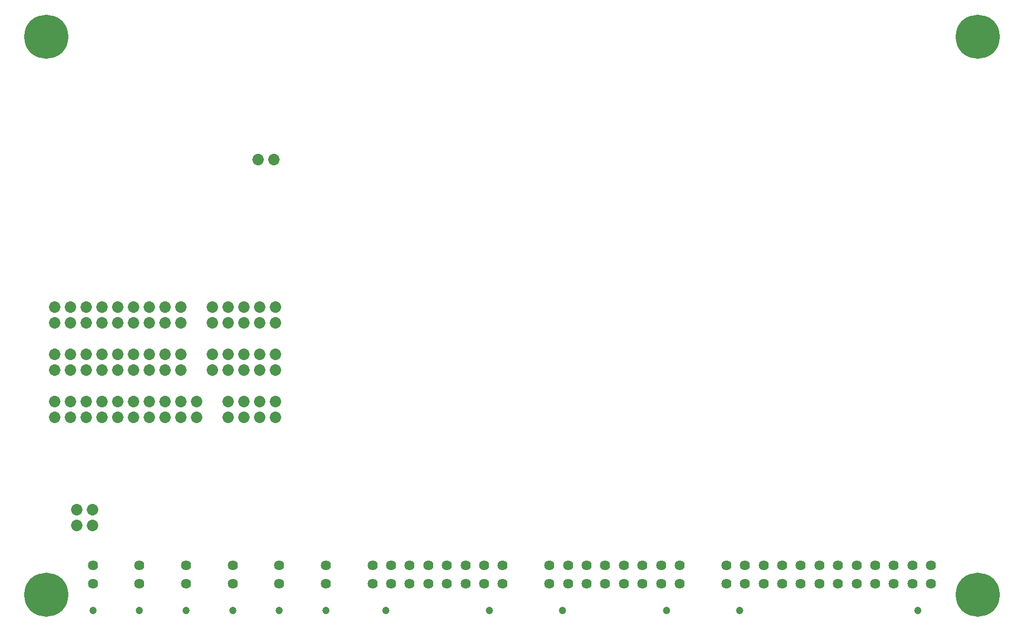
<source format=gbs>
G04*
G04 #@! TF.GenerationSoftware,Altium Limited,Altium Designer,21.4.1 (30)*
G04*
G04 Layer_Color=16711935*
%FSLAX25Y25*%
%MOIN*%
G70*
G04*
G04 #@! TF.SameCoordinates,3F7B9525-E0B4-4A28-A4E6-3C1D8492A5F8*
G04*
G04*
G04 #@! TF.FilePolarity,Negative*
G04*
G01*
G75*
%ADD111C,0.04737*%
%ADD112C,0.06400*%
%ADD113C,0.07290*%
%ADD114C,0.27959*%
D111*
X234866Y9843D02*
D03*
X300567D02*
D03*
X459248Y9843D02*
D03*
X572248D02*
D03*
X196850Y9843D02*
D03*
X137795D02*
D03*
X347071D02*
D03*
X412772D02*
D03*
X167323D02*
D03*
X108268D02*
D03*
X78740D02*
D03*
X49213D02*
D03*
D112*
X309016Y26842D02*
D03*
X297217D02*
D03*
X285417D02*
D03*
X250016D02*
D03*
X261815D02*
D03*
X226417D02*
D03*
X309016Y38642D02*
D03*
X297217D02*
D03*
X285417D02*
D03*
X250016D02*
D03*
X261815D02*
D03*
X226417D02*
D03*
X273618Y26842D02*
D03*
X238216D02*
D03*
X273618Y38642D02*
D03*
X238216D02*
D03*
X568847Y26843D02*
D03*
X462650D02*
D03*
X568847Y38642D02*
D03*
X462650D02*
D03*
X580697Y26843D02*
D03*
X557047D02*
D03*
X545248D02*
D03*
X533449D02*
D03*
X498047D02*
D03*
X509846D02*
D03*
X474449D02*
D03*
X450799D02*
D03*
X580697Y38642D02*
D03*
X557047D02*
D03*
X545248D02*
D03*
X533449D02*
D03*
X498047D02*
D03*
X509846D02*
D03*
X474449D02*
D03*
X450799D02*
D03*
X521650Y26843D02*
D03*
X486248D02*
D03*
X521650Y38642D02*
D03*
X486248D02*
D03*
X196850Y26842D02*
D03*
Y38642D02*
D03*
X137795Y26842D02*
D03*
Y38642D02*
D03*
X421220Y26842D02*
D03*
X409421D02*
D03*
X397622D02*
D03*
X362221D02*
D03*
X374020D02*
D03*
X338622D02*
D03*
X421220Y38642D02*
D03*
X409421D02*
D03*
X397622D02*
D03*
X362221D02*
D03*
X374020D02*
D03*
X338622D02*
D03*
X385823Y26842D02*
D03*
X350421D02*
D03*
X385823Y38642D02*
D03*
X350421D02*
D03*
X167323Y26842D02*
D03*
Y38642D02*
D03*
X108268Y26842D02*
D03*
Y38642D02*
D03*
X78740Y26842D02*
D03*
Y38642D02*
D03*
X49213Y26842D02*
D03*
Y38642D02*
D03*
D113*
X45000Y202500D02*
D03*
Y192500D02*
D03*
X55000D02*
D03*
Y202500D02*
D03*
X65000D02*
D03*
Y192500D02*
D03*
X95000D02*
D03*
Y202500D02*
D03*
X85000Y192500D02*
D03*
Y202500D02*
D03*
X75000D02*
D03*
Y192500D02*
D03*
X35000D02*
D03*
Y202500D02*
D03*
X104999D02*
D03*
Y192500D02*
D03*
X25000Y202500D02*
D03*
Y192500D02*
D03*
X45000Y172500D02*
D03*
Y162500D02*
D03*
X55000D02*
D03*
Y172500D02*
D03*
X65000D02*
D03*
Y162500D02*
D03*
X95000D02*
D03*
Y172500D02*
D03*
X85000Y162500D02*
D03*
Y172500D02*
D03*
X75000D02*
D03*
Y162500D02*
D03*
X35000D02*
D03*
Y172500D02*
D03*
X104999D02*
D03*
Y162500D02*
D03*
X25000Y172500D02*
D03*
Y162500D02*
D03*
X125000Y192500D02*
D03*
Y202500D02*
D03*
X135000D02*
D03*
Y192500D02*
D03*
X165000D02*
D03*
Y202500D02*
D03*
X155000Y192500D02*
D03*
Y202500D02*
D03*
X145000D02*
D03*
Y192500D02*
D03*
X135000Y142500D02*
D03*
Y132500D02*
D03*
X165000D02*
D03*
Y142500D02*
D03*
X155000Y132500D02*
D03*
Y142500D02*
D03*
X145000D02*
D03*
Y132500D02*
D03*
Y162500D02*
D03*
Y172500D02*
D03*
X155000D02*
D03*
Y162500D02*
D03*
X165000Y172500D02*
D03*
Y162500D02*
D03*
X135000D02*
D03*
Y172500D02*
D03*
X125000D02*
D03*
Y162500D02*
D03*
X45000Y142500D02*
D03*
Y132500D02*
D03*
X85000D02*
D03*
Y142500D02*
D03*
X95000D02*
D03*
Y132500D02*
D03*
X105000Y142500D02*
D03*
Y132500D02*
D03*
X75000D02*
D03*
Y142500D02*
D03*
X65000D02*
D03*
Y132500D02*
D03*
X55000D02*
D03*
Y142500D02*
D03*
X35000Y132500D02*
D03*
Y142500D02*
D03*
X115000Y132500D02*
D03*
Y142500D02*
D03*
X25000D02*
D03*
Y132500D02*
D03*
X48750Y63750D02*
D03*
Y73750D02*
D03*
X38750D02*
D03*
Y63750D02*
D03*
X153750Y296250D02*
D03*
X163750D02*
D03*
D114*
X610236Y19685D02*
D03*
X19685D02*
D03*
X610236Y374016D02*
D03*
X19685D02*
D03*
M02*

</source>
